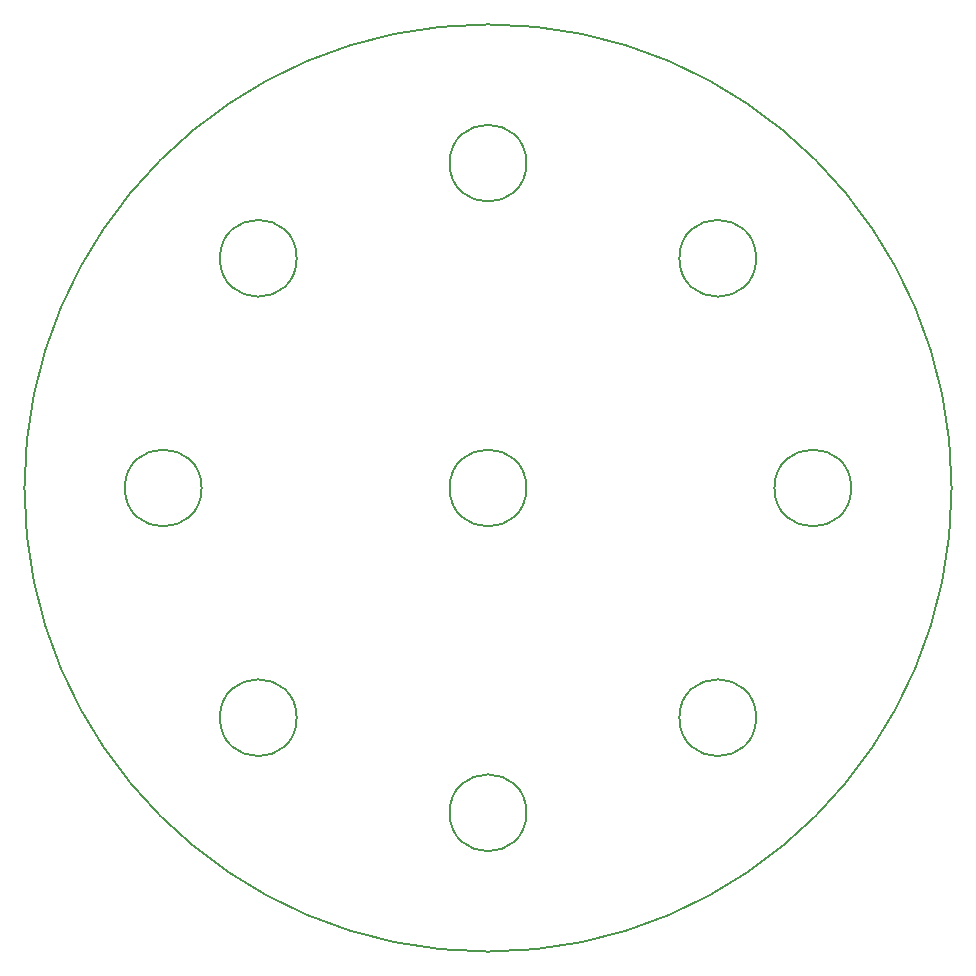
<source format=gbr>
G04 #@! TF.GenerationSoftware,KiCad,Pcbnew,5.0.2-bee76a0~70~ubuntu18.04.1*
G04 #@! TF.CreationDate,2020-06-16T15:13:01-07:00*
G04 #@! TF.ProjectId,secondary_topload_mount,7365636f-6e64-4617-9279-5f746f706c6f,rev?*
G04 #@! TF.SameCoordinates,Original*
G04 #@! TF.FileFunction,Profile,NP*
%FSLAX46Y46*%
G04 Gerber Fmt 4.6, Leading zero omitted, Abs format (unit mm)*
G04 Created by KiCad (PCBNEW 5.0.2-bee76a0~70~ubuntu18.04.1) date Tue 16 Jun 2020 03:13:01 PM PDT*
%MOMM*%
%LPD*%
G01*
G04 APERTURE LIST*
%ADD10C,0.150000*%
%ADD11C,0.200000*%
G04 APERTURE END LIST*
D10*
X83800000Y-80550000D02*
G75*
G03X83800000Y-80550000I-3250000J0D01*
G01*
X83800000Y-119450000D02*
G75*
G03X83800000Y-119450000I-3250000J0D01*
G01*
X122700000Y-119450000D02*
G75*
G03X122700000Y-119450000I-3250000J0D01*
G01*
X122700000Y-80550000D02*
G75*
G03X122700000Y-80550000I-3250000J0D01*
G01*
X103250000Y-127500000D02*
G75*
G03X103250000Y-127500000I-3250000J0D01*
G01*
X130750000Y-100000000D02*
G75*
G03X130750000Y-100000000I-3250000J0D01*
G01*
X75750000Y-100000000D02*
G75*
G03X75750000Y-100000000I-3250000J0D01*
G01*
X103250000Y-72500000D02*
G75*
G03X103250000Y-72500000I-3250000J0D01*
G01*
X103250000Y-100000000D02*
G75*
G03X103250000Y-100000000I-3250000J0D01*
G01*
D11*
X139250000Y-100000000D02*
G75*
G03X139250000Y-100000000I-39250000J0D01*
G01*
M02*

</source>
